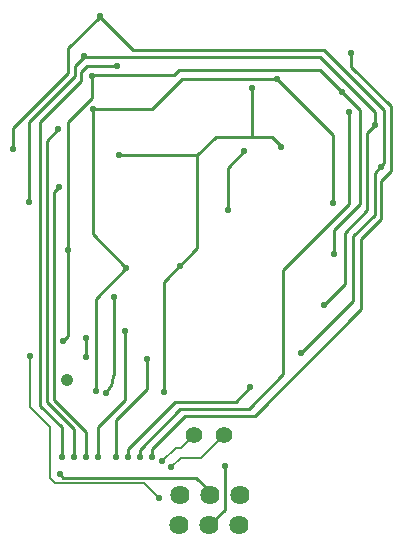
<source format=gbl>
G04*
G04 #@! TF.GenerationSoftware,Altium Limited,CircuitStudio,1.5.2 (30)*
G04*
G04 Layer_Physical_Order=2*
G04 Layer_Color=51200*
%FSLAX25Y25*%
%MOIN*%
G70*
G01*
G75*
%ADD10C,0.01000*%
%ADD75C,0.00800*%
%ADD78C,0.05500*%
%ADD79C,0.06400*%
%ADD80C,0.04200*%
%ADD81C,0.02300*%
D10*
X5014700Y2881700D02*
G03*
X5017200Y2887736I-6036J6036D01*
G01*
X5057800Y2878900D02*
X5062600Y2883700D01*
X5037500Y2878900D02*
X5057800D01*
X5021800Y2863200D02*
X5037500Y2878900D01*
X5062100Y2876500D02*
X5073600Y2888000D01*
X5039400Y2876500D02*
X5062100D01*
X5025800Y2862900D02*
X5039400Y2876500D01*
X5064200Y2874300D02*
X5099700Y2909800D01*
X5040800Y2874300D02*
X5064200D01*
X5029800Y2863300D02*
X5040800Y2874300D01*
X5021800Y2860400D02*
Y2863200D01*
X5025800Y2860400D02*
Y2862900D01*
X5029800Y2860400D02*
Y2863300D01*
X5044500Y2853600D02*
X5050100Y2848000D01*
X5000300Y2853600D02*
X5044500D01*
X4999100Y2854800D02*
X5000300Y2853600D01*
X5054100Y2842800D02*
Y2857500D01*
X5049000Y2837700D02*
X5054100Y2842800D01*
X5055100Y2956900D02*
X5060700Y2962500D01*
X5055100Y2942800D02*
Y2956900D01*
X5018900Y2961000D02*
X5045000D01*
X5051100Y2967100D01*
X5063400D02*
Y2983600D01*
X5051100Y2967100D02*
X5069821D01*
X5072910Y2964010D01*
X5045000Y2930100D02*
Y2961000D01*
X5010137Y2934863D02*
Y2976629D01*
X5007800Y2900200D02*
X5008000Y2893800D01*
X5002000Y2900900D02*
Y2929600D01*
X5011100Y2913300D02*
X5021400Y2923600D01*
X5010137Y2934863D02*
X5021400Y2923600D01*
X5017200Y2887736D02*
Y2913900D01*
X5028100Y2883200D02*
Y2893100D01*
X5017800Y2872900D02*
X5028100Y2883200D01*
X5017800Y2860400D02*
Y2872900D01*
X4988800Y2945400D02*
Y2972000D01*
X5011100Y2882500D02*
Y2913300D01*
X5000400Y2899300D02*
X5002000Y2900900D01*
X4994800Y2965800D02*
X4998700Y2969700D01*
X4983600Y2963300D02*
Y2970200D01*
X4997300Y2879400D02*
Y2948900D01*
Y2879400D02*
X5007800Y2868900D01*
Y2860400D02*
Y2868900D01*
X4994800Y2878900D02*
Y2965800D01*
Y2878900D02*
X5003800Y2869900D01*
Y2860400D02*
Y2869900D01*
X4992700Y2877600D02*
Y2972200D01*
Y2877600D02*
X4999800Y2870500D01*
Y2860400D02*
Y2870500D01*
X5011800Y2860400D02*
Y2870500D01*
X5020900Y2879600D01*
Y2902500D01*
X5002000Y2929600D02*
Y2972100D01*
X5009900Y2980000D01*
Y2987600D01*
X5010072Y2987772D01*
X4992700Y2972200D02*
X5006300Y2985800D01*
X4988800Y2972000D02*
X5004200Y2987400D01*
X4983600Y2970200D02*
X5002000Y2988600D01*
X5006300Y2985800D02*
Y2988800D01*
X5010137Y2976629D02*
X5029900D01*
X5010072Y2987772D02*
X5037272D01*
X5073600Y2888000D02*
Y2922700D01*
X5095600Y2944700D01*
Y2975600D01*
X5090500Y2936200D02*
X5099200Y2944900D01*
X5090500Y2928100D02*
Y2936200D01*
X5087300Y2911200D02*
X5094300Y2918200D01*
Y2935300D01*
X5096900Y2912333D02*
Y2934100D01*
X5079560Y2894994D02*
X5096900Y2912333D01*
X5099700Y2909800D02*
Y2933200D01*
X5099200Y2944900D02*
Y2976000D01*
X5093200Y2982000D02*
X5099200Y2976000D01*
X5090200Y2945100D02*
Y2967900D01*
X5029900Y2976629D02*
X5039870Y2986600D01*
X5071500D01*
X5090200Y2967900D01*
X5037272Y2987772D02*
X5038900Y2989400D01*
X5006300Y2988800D02*
X5008200Y2990700D01*
X5018100D01*
X5002000Y2988600D02*
Y2996800D01*
X5004200Y2987400D02*
Y2990900D01*
X5007200Y2993900D01*
X5085900D01*
X5104300Y2975500D01*
X5038900Y2989400D02*
X5085800D01*
X5093200Y2982000D01*
X5096300Y2990600D02*
Y2995100D01*
X5094300Y2935300D02*
X5101700Y2942700D01*
Y2968600D01*
X5104300Y2971200D01*
Y2975500D01*
X5087300Y2996200D02*
X5107300Y2976200D01*
Y2958400D02*
Y2976200D01*
X5104100Y2955200D02*
X5107300Y2958400D01*
X5104100Y2941300D02*
Y2955200D01*
X5096900Y2934100D02*
X5104100Y2941300D01*
X5096300Y2990600D02*
X5109500Y2977400D01*
Y2955800D02*
Y2977400D01*
X5106200Y2952500D02*
X5109500Y2955800D01*
X5106200Y2939700D02*
Y2952500D01*
X5099700Y2933200D02*
X5106200Y2939700D01*
X5012500Y3007300D02*
X5023600Y2996200D01*
X5087300D01*
X5002000Y2996800D02*
X5012500Y3007300D01*
X5033800Y2918900D02*
X5045000Y2930100D01*
X5033800Y2882200D02*
Y2918900D01*
X4997300Y2948900D02*
X4998900Y2950500D01*
D75*
X5046300Y2860200D02*
X5053900Y2867800D01*
X5039500Y2860200D02*
X5046300D01*
X5036300Y2857000D02*
X5039500Y2860200D01*
X5039600Y2863500D02*
X5043900Y2867800D01*
X5037900Y2863500D02*
X5039600D01*
X5033400Y2859000D02*
X5037900Y2863500D01*
X4989300Y2877100D02*
X4995900Y2870500D01*
Y2853400D02*
Y2870500D01*
Y2853400D02*
X4997600Y2851700D01*
X4989300Y2877100D02*
Y2894200D01*
X5027200Y2851700D02*
X5032200Y2846700D01*
X4997600Y2851700D02*
X5027200D01*
D78*
X5053900Y2867800D02*
D03*
X5043900D02*
D03*
D79*
X5039100Y2847700D02*
D03*
X5039000Y2837700D02*
D03*
X5049000D02*
D03*
X5059000D02*
D03*
X5059100Y2847700D02*
D03*
X5049100D02*
D03*
D80*
X5001600Y2886000D02*
D03*
D81*
X5036300Y2857000D02*
D03*
X5033400Y2859000D02*
D03*
X5054100Y2857500D02*
D03*
X5032200Y2846700D02*
D03*
X4989300Y2894200D02*
D03*
X5055100Y2942800D02*
D03*
X5060700Y2962500D02*
D03*
X5018900Y2961000D02*
D03*
X5021400Y2923600D02*
D03*
X5002000Y2929600D02*
D03*
X4988800Y2945400D02*
D03*
X5010137Y2976629D02*
D03*
X5090200Y2945100D02*
D03*
X5090500Y2928100D02*
D03*
X5087300Y2911200D02*
D03*
X5079560Y2894994D02*
D03*
X5014700Y2881700D02*
D03*
X5017200Y2913900D02*
D03*
X5039100Y2924200D02*
D03*
X4999800Y2860400D02*
D03*
X5003800D02*
D03*
X5007800D02*
D03*
X5011800D02*
D03*
X5017800D02*
D03*
X5021800D02*
D03*
X5025800D02*
D03*
X5029800D02*
D03*
X5020900Y2902500D02*
D03*
X5028100Y2893100D02*
D03*
X4998700Y2969700D02*
D03*
X5095700Y2975600D02*
D03*
X4999100Y2854800D02*
D03*
X5008000Y2893800D02*
D03*
X5011100Y2882500D02*
D03*
X5000400Y2899300D02*
D03*
X4983600Y2963300D02*
D03*
X5033900Y2882200D02*
D03*
X5007800Y2900200D02*
D03*
X5072800Y2963900D02*
D03*
X5062600Y2883700D02*
D03*
X5009800Y2987500D02*
D03*
X5104100Y2971000D02*
D03*
X5093200Y2982000D02*
D03*
X5071700Y2986400D02*
D03*
X5063400Y2983600D02*
D03*
X5018100Y2990700D02*
D03*
X5007100Y2994000D02*
D03*
X5106200Y2957100D02*
D03*
X5096400Y2995100D02*
D03*
X5012600Y3007500D02*
D03*
X4998900Y2950500D02*
D03*
M02*

</source>
